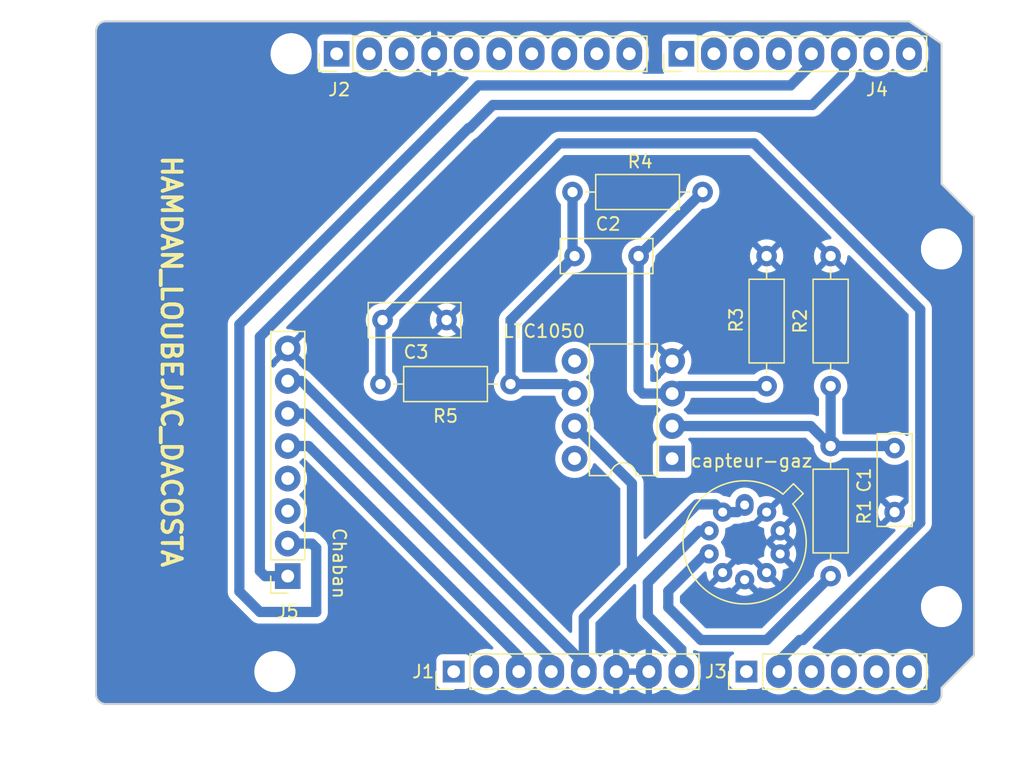
<source format=kicad_pcb>
(kicad_pcb (version 20241229) (generator "pcbnew") (generator_version "9.0")
  (title_block (date "mar. 31 mars 2015"))
  (layers (0 "F.Cu" signal) (2 "B.Cu" signal) (13 "F.Paste" user) (15 "B.Paste" user) (5 "F.SilkS" user "F.Silkscreen") (7 "B.SilkS" user "B.Silkscreen") (1 "F.Mask" user) (3 "B.Mask" user) (25 "Edge.Cuts" user))
  (net 0 "")
  (net 1 "GND")
  (net 3 "+5V")
  (net 4 "/IOREF")
  (net 5 "/A0")
  (net 6 "Net-(U2--)")
  (net 7 "/A2")
  (net 8 "/A3")
  (net 9 "/SDA{slash}A4")
  (net 10 "/SCL{slash}A5")
  (net 11 "/13")
  (net 12 "/12")
  (net 13 "/AREF")
  (net 14 "/7")
  (net 15 "/4")
  (net 16 "/*6")
  (net 17 "/*5")
  (net 18 "/TX{slash}1")
  (net 19 "Net-(U2-+)")
  (net 20 "/RX{slash}0")
  (net 21 "+3V3")
  (net 22 "ADC1")
  (net 23 "/SCL")
  (net 24 "/SDA")
  (net 25 "/D11")
  (net 26 "/D10")
  (net 27 "/D8")
  (net 28 "/D9")
  (net 32 "GAS")
  (net 33 "VCC(12V)")
  (net 34 "RST")
  (net 35 "TX")
  (net 36 "RX")
  (net 39 "Net-(C2-Pad2)")
  (footprint "Connector_PinHeader_2.54mm:PinHeader_1x08_P2.54mm_Vertical" (layer "F.Cu") (at 127.94 97.46 90)
    (property "Reference" "J1" (at 0 -2.38 180) (layer "F.SilkS"))
    (property "Value" "Power" (hide yes))
    (fp_line (start -1.38 -1.38) (end 0 -1.38) (stroke (width 0.12)) (layer "F.SilkS"))
    (fp_line (start -1.38 0) (end -1.38 -1.38) (stroke (width 0.12)) (layer "F.SilkS"))
    (fp_line (start 1.38 1.27) (end 1.38 19.16) (stroke (width 0.12)) (layer "F.SilkS"))
    (fp_line (start -1.38 1.27) (end 1.38 1.27) (stroke (width 0.12)) (layer "F.SilkS"))
    (fp_line (start -1.38 1.27) (end -1.38 19.16) (stroke (width 0.12)) (layer "F.SilkS"))
    (fp_line (start -1.38 19.16) (end 1.38 19.16) (stroke (width 0.12)) (layer "F.SilkS"))
    (pad "1" thru_hole rect (at 0 0 90) (size 1.7 1.7) (drill 1) (layers "*.Cu" "*.Mask"))
    (pad "2" thru_hole oval (at 0 2.54 180) (size 2 2.54) (drill 1) (layers "*.Cu" "*.Mask") (net 4 "/IOREF"))
    (pad "3" thru_hole oval (at 0 5.08 180) (size 2 2.54) (drill 1) (layers "*.Cu" "*.Mask") (net 34 "RST"))
    (pad "4" thru_hole oval (at 0 7.62 180) (size 2 2.54) (drill 1) (layers "*.Cu" "*.Mask") (net 21 "+3V3"))
    (pad "5" thru_hole oval (at 0 10.16 180) (size 2 2.54) (drill 1) (layers "*.Cu" "*.Mask") (net 3 "+5V"))
    (pad "6" thru_hole oval (at 0 12.7 180) (size 2 2.54) (drill 1) (layers "*.Cu" "*.Mask") (net 1 "GND"))
    (pad "7" thru_hole oval (at 0 15.24 180) (size 2 2.54) (drill 1) (layers "*.Cu" "*.Mask") (net 1 "GND"))
    (pad "8" thru_hole oval (at 0 17.78 180) (size 2 2.54) (drill 1) (layers "*.Cu" "*.Mask") (net 33 "VCC(12V)"))
  )
  (footprint "Connector_PinHeader_2.54mm:PinHeader_1x06_P2.54mm_Vertical" (layer "F.Cu") (at 150.8 97.46 90)
    (property "Reference" "J3" (at 0 -2.38 180) (layer "F.SilkS"))
    (property "Value" "Analog" (hide yes))
    (fp_line (start -1.38 -1.38) (end 0 -1.38) (stroke (width 0.12)) (layer "F.SilkS"))
    (fp_line (start -1.38 0) (end -1.38 -1.38) (stroke (width 0.12)) (layer "F.SilkS"))
    (fp_line (start 1.38 1.27) (end 1.38 14.08) (stroke (width 0.12)) (layer "F.SilkS"))
    (fp_line (start -1.38 1.27) (end 1.38 1.27) (stroke (width 0.12)) (layer "F.SilkS"))
    (fp_line (start -1.38 1.27) (end -1.38 14.08) (stroke (width 0.12)) (layer "F.SilkS"))
    (fp_line (start -1.38 14.08) (end 1.38 14.08) (stroke (width 0.12)) (layer "F.SilkS"))
    (pad "1" thru_hole rect (at 0 0 90) (size 1.7 1.7) (drill 1) (layers "*.Cu" "*.Mask") (net 5 "/A0"))
    (pad "2" thru_hole oval (at 0 2.54 180) (size 2 2.54) (drill 1) (layers "*.Cu" "*.Mask") (net 22 "ADC1"))
    (pad "3" thru_hole oval (at 0 5.08 180) (size 2 2.54) (drill 1) (layers "*.Cu" "*.Mask") (net 7 "/A2"))
    (pad "4" thru_hole oval (at 0 7.62 180) (size 2 2.54) (drill 1) (layers "*.Cu" "*.Mask") (net 8 "/A3"))
    (pad "5" thru_hole oval (at 0 10.16 180) (size 2 2.54) (drill 1) (layers "*.Cu" "*.Mask") (net 24 "/SDA"))
    (pad "6" thru_hole oval (at 0 12.7 180) (size 2 2.54) (drill 1) (layers "*.Cu" "*.Mask") (net 23 "/SCL"))
  )
  (footprint "Connector_PinHeader_2.54mm:PinHeader_1x10_P2.54mm_Vertical" (layer "F.Cu") (at 118.796 49.2 90)
    (property "Reference" "J2" (at -2.8 0.204 180) (layer "F.SilkS"))
    (property "Value" "Digital/PWM" (hide yes))
    (fp_line (start -1.38 -1.38) (end 0 -1.38) (stroke (width 0.12)) (layer "F.SilkS"))
    (fp_line (start -1.38 0) (end -1.38 -1.38) (stroke (width 0.12)) (layer "F.SilkS"))
    (fp_line (start 1.38 1.27) (end 1.38 24.24) (stroke (width 0.12)) (layer "F.SilkS"))
    (fp_line (start -1.38 1.27) (end 1.38 1.27) (stroke (width 0.12)) (layer "F.SilkS"))
    (fp_line (start -1.38 1.27) (end -1.38 24.24) (stroke (width 0.12)) (layer "F.SilkS"))
    (fp_line (start -1.38 24.24) (end 1.38 24.24) (stroke (width 0.12)) (layer "F.SilkS"))
    (pad "1" thru_hole rect (at 0 0 90) (size 2 2) (drill 1) (layers "*.Cu" "*.Mask") (net 10 "/SCL{slash}A5"))
    (pad "2" thru_hole oval (at 0 2.54 180) (size 2 2.54) (drill 1) (layers "*.Cu" "*.Mask") (net 9 "/SDA{slash}A4"))
    (pad "3" thru_hole oval (at 0 5.08 180) (size 2 2.54) (drill 1) (layers "*.Cu" "*.Mask") (net 13 "/AREF"))
    (pad "4" thru_hole oval (at 0 7.62 180) (size 2 2.54) (drill 1) (layers "*.Cu" "*.Mask") (net 1 "GND"))
    (pad "5" thru_hole oval (at 0 10.16 180) (size 2 2.54) (drill 1) (layers "*.Cu" "*.Mask") (net 11 "/13"))
    (pad "6" thru_hole oval (at 0 12.7 180) (size 2 2.54) (drill 1) (layers "*.Cu" "*.Mask") (net 12 "/12"))
    (pad "7" thru_hole oval (at 0 15.24 180) (size 2 2.54) (drill 1) (layers "*.Cu" "*.Mask") (net 25 "/D11"))
    (pad "8" thru_hole oval (at 0 17.78 180) (size 2 2.54) (drill 1) (layers "*.Cu" "*.Mask") (net 26 "/D10"))
    (pad "9" thru_hole oval (at 0 20.32 180) (size 2 2.54) (drill 1) (layers "*.Cu" "*.Mask") (net 28 "/D9"))
    (pad "10" thru_hole oval (at 0 22.86 180) (size 2 2.54) (drill 1) (layers "*.Cu" "*.Mask") (net 27 "/D8"))
  )
  (footprint "Connector_PinHeader_2.54mm:PinHeader_1x08_P2.54mm_Vertical" (layer "F.Cu") (at 145.72 49.2 90)
    (property "Reference" "J4" (at -2.8 15.28 180) (layer "F.SilkS"))
    (property "Value" "Digital/PWM" (hide yes))
    (fp_line (start -1.38 -1.38) (end 0 -1.38) (stroke (width 0.12)) (layer "F.SilkS"))
    (fp_line (start -1.38 0) (end -1.38 -1.38) (stroke (width 0.12)) (layer "F.SilkS"))
    (fp_line (start 1.38 1.27) (end 1.38 19.16) (stroke (width 0.12)) (layer "F.SilkS"))
    (fp_line (start -1.38 1.27) (end 1.38 1.27) (stroke (width 0.12)) (layer "F.SilkS"))
    (fp_line (start -1.38 1.27) (end -1.38 19.16) (stroke (width 0.12)) (layer "F.SilkS"))
    (fp_line (start -1.38 19.16) (end 1.38 19.16) (stroke (width 0.12)) (layer "F.SilkS"))
    (pad "1" thru_hole rect (at 0 0 90) (size 2 2) (drill 1) (layers "*.Cu" "*.Mask") (net 14 "/7"))
    (pad "2" thru_hole oval (at 0 2.54 180) (size 2 2.54) (drill 1) (layers "*.Cu" "*.Mask") (net 16 "/*6"))
    (pad "3" thru_hole oval (at 0 5.08 180) (size 2 2.54) (drill 1) (layers "*.Cu" "*.Mask") (net 17 "/*5"))
    (pad "4" thru_hole oval (at 0 7.62 180) (size 2 2.54) (drill 1) (layers "*.Cu" "*.Mask") (net 15 "/4"))
    (pad "5" thru_hole oval (at 0 10.16 180) (size 2 2.54) (drill 1) (layers "*.Cu" "*.Mask") (net 36 "RX"))
    (pad "6" thru_hole oval (at 0 12.7 180) (size 2 2.54) (drill 1) (layers "*.Cu" "*.Mask") (net 35 "TX"))
    (pad "7" thru_hole oval (at 0 15.24 180) (size 2 2.54) (drill 1) (layers "*.Cu" "*.Mask") (net 18 "/TX{slash}1"))
    (pad "8" thru_hole oval (at 0 17.78 180) (size 2 2.54) (drill 1) (layers "*.Cu" "*.Mask") (net 20 "/RX{slash}0"))
  )
  (footprint "Capacitor_THT:C_Disc_D7.0mm_W2.5mm_P5.00mm" (layer "F.Cu") (at 162.38 80 -90)
    (property "Reference" "C1" (at 2.5 2.38 90) (layer "F.SilkS"))
    (property "Value" "100n" (hide yes))
    (fp_line (start -1.12 1.37) (end -1.12 -1.37) (stroke (width 0.12)) (layer "F.SilkS"))
    (fp_line (start 6.12 1.37) (end -1.12 1.37) (stroke (width 0.12)) (layer "F.SilkS"))
    (fp_line (start -1.12 -1.37) (end 6.12 -1.37) (stroke (width 0.12)) (layer "F.SilkS"))
    (fp_line (start 6.12 -1.37) (end 6.12 1.37) (stroke (width 0.12)) (layer "F.SilkS"))
    (pad "1" thru_hole circle (at 0 0 270) (size 1.6 1.6) (drill 0.8) (layers "*.Cu" "*.Mask") (net 6 "Net-(U2--)"))
    (pad "2" thru_hole circle (at 5 0 270) (size 1.6 1.6) (drill 0.8) (layers "*.Cu" "*.Mask") (net 1 "GND"))
  )
  (footprint "Resistor_THT:R_Axial_DIN0207_L6.3mm_D2.5mm_P10.16mm_Horizontal" (layer "F.Cu") (at 122.22 75)
    (property "Reference" "R5" (at 5.08 2.5 0) (layer "F.SilkS"))
    (property "Value" "1k" (hide yes))
    (fp_line (start 1.04 0) (end 1.81 0) (stroke (width 0.12)) (layer "F.SilkS"))
    (fp_line (start 9.12 0) (end 8.35 0) (stroke (width 0.12)) (layer "F.SilkS"))
    (fp_rect (start 1.81 -1.37) (end 8.35 1.37) (stroke (width 0.12)) (fill no) (layer "F.SilkS"))
    (pad "1" thru_hole circle (at 0 0) (size 1.6 1.6) (drill 0.8) (layers "*.Cu" "*.Mask") (net 22 "ADC1"))
    (pad "2" thru_hole circle (at 10.16 0) (size 1.6 1.6) (drill 0.8) (layers "*.Cu" "*.Mask") (net 39 "Net-(C2-Pad2)"))
  )
  (footprint "Package_DIP:DIP-8_W7.62mm" (layer "F.Cu") (at 145 80.82 180)
    (property "Reference" "U2" (hide yes))
    (property "Value" "LTC1050" (at 10 9.95 0) (layer "F.SilkS"))
    (fp_line (start 6.46 8.95) (end 6.46 -1.33) (stroke (width 0.12)) (layer "F.SilkS"))
    (fp_line (start 6.46 -1.33) (end 4.81 -1.33) (stroke (width 0.12)) (layer "F.SilkS"))
    (fp_line (start 2.81 -1.33) (end 1.16 -1.33) (stroke (width 0.12)) (layer "F.SilkS"))
    (fp_line (start 1.16 8.95) (end 6.46 8.95) (stroke (width 0.12)) (layer "F.SilkS"))
    (fp_line (start 1.16 -1.33) (end 1.16 8.95) (stroke (width 0.12)) (layer "F.SilkS"))
    (fp_arc (start 4.81 -1.33) (mid 3.81 -0.33) (end 2.81 -1.33) (stroke (width 0.12)) (layer "F.SilkS"))
    (pad "1" thru_hole rect (at 0 0 180) (size 2 2) (drill 1) (layers "*.Cu" "*.Mask"))
    (pad "2" thru_hole circle (at 0 2.54 180) (size 2 2) (drill 1) (layers "*.Cu" "*.Mask") (net 6 "Net-(U2--)"))
    (pad "3" thru_hole circle (at 0 5.08 180) (size 2 2) (drill 1) (layers "*.Cu" "*.Mask") (net 19 "Net-(U2-+)"))
    (pad "4" thru_hole circle (at 0 7.62 180) (size 2 2) (drill 1) (layers "*.Cu" "*.Mask") (net 1 "GND"))
    (pad "5" thru_hole circle (at 7.62 7.62 180) (size 2 2) (drill 1) (layers "*.Cu" "*.Mask"))
    (pad "6" thru_hole circle (at 7.62 5.08 180) (size 2 2) (drill 1) (layers "*.Cu" "*.Mask") (net 39 "Net-(C2-Pad2)"))
    (pad "7" thru_hole circle (at 7.62 2.54 180) (size 2 2) (drill 1) (layers "*.Cu" "*.Mask") (net 3 "+5V"))
    (pad "8" thru_hole circle (at 7.62 0 180) (size 2 2) (drill 1) (layers "*.Cu" "*.Mask"))
  )
  (footprint "Resistor_THT:R_Axial_DIN0207_L6.3mm_D2.5mm_P10.16mm_Horizontal" (layer "F.Cu") (at 137.22 60)
    (property "Reference" "R4" (at 5.28 -2.37 0) (layer "F.SilkS"))
    (property "Value" "100k" (hide yes))
    (fp_line (start 1.04 0) (end 1.81 0) (stroke (width 0.12)) (layer "F.SilkS"))
    (fp_line (start 9.12 0) (end 8.35 0) (stroke (width 0.12)) (layer "F.SilkS"))
    (fp_rect (start 1.81 -1.37) (end 8.35 1.37) (stroke (width 0.12)) (fill no) (layer "F.SilkS"))
    (pad "1" thru_hole circle (at 0 0) (size 1.6 1.6) (drill 0.8) (layers "*.Cu" "*.Mask") (net 39 "Net-(C2-Pad2)"))
    (pad "2" thru_hole circle (at 10.16 0) (size 1.6 1.6) (drill 0.8) (layers "*.Cu" "*.Mask") (net 19 "Net-(U2-+)"))
  )
  (footprint "Resistor_THT:R_Axial_DIN0207_L6.3mm_D2.5mm_P10.16mm_Horizontal" (layer "F.Cu") (at 157.38 65 -90)
    (property "Reference" "R2" (at 5.08 2.38 90) (layer "F.SilkS"))
    (property "Value" "100k" (hide yes))
    (fp_line (start 1.04 0) (end 1.81 0) (stroke (width 0.12)) (layer "F.SilkS"))
    (fp_line (start 9.12 0) (end 8.35 0) (stroke (width 0.12)) (layer "F.SilkS"))
    (fp_rect (start 1.81 -1.37) (end 8.35 1.37) (stroke (width 0.12)) (fill no) (layer "F.SilkS"))
    (pad "1" thru_hole circle (at 0 0 270) (size 1.6 1.6) (drill 0.8) (layers "*.Cu" "*.Mask") (net 1 "GND"))
    (pad "2" thru_hole circle (at 10.16 0 270) (size 1.6 1.6) (drill 0.8) (layers "*.Cu" "*.Mask") (net 6 "Net-(U2--)"))
  )
  (footprint "Resistor_THT:R_Axial_DIN0207_L6.3mm_D2.5mm_P10.16mm_Horizontal" (layer "F.Cu") (at 152.38 65 -90)
    (property "Reference" "R3" (at 5 2.38 90) (layer "F.SilkS"))
    (property "Value" "1k" (hide yes))
    (fp_line (start 1.04 0) (end 1.81 0) (stroke (width 0.12)) (layer "F.SilkS"))
    (fp_line (start 9.12 0) (end 8.35 0) (stroke (width 0.12)) (layer "F.SilkS"))
    (fp_rect (start 1.81 -1.37) (end 8.35 1.37) (stroke (width 0.12)) (fill no) (layer "F.SilkS"))
    (pad "1" thru_hole circle (at 0 0 270) (size 1.6 1.6) (drill 0.8) (layers "*.Cu" "*.Mask") (net 1 "GND"))
    (pad "2" thru_hole circle (at 10.16 0 270) (size 1.6 1.6) (drill 0.8) (layers "*.Cu" "*.Mask") (net 19 "Net-(U2-+)"))
  )
  (footprint "Arduino_MountingHole:MountingHole_3.2mm" (layer "F.Cu") (at 115.24 49.2)
    (property "Reference" "MH1" (hide yes))
    (property "Value" "MountingHole_3.2mm" (hide yes))
    (pad "" np_thru_hole circle (at 0 0) (size 3.2 3.2) (drill 3.2) (layers "*.Cu" "*.Mask"))
  )
  (footprint "Capacitor_THT:C_Disc_D7.0mm_W2.5mm_P5.00mm" (layer "F.Cu") (at 142.38 65 180)
    (property "Reference" "C2" (at 2.38 2.5 0) (layer "F.SilkS"))
    (property "Value" "1µ" (hide yes))
    (fp_line (start 6.12 1.37) (end -1.12 1.37) (stroke (width 0.12)) (layer "F.SilkS"))
    (fp_line (start 6.12 -1.37) (end 6.12 1.37) (stroke (width 0.12)) (layer "F.SilkS"))
    (fp_line (start -1.12 1.37) (end -1.12 -1.37) (stroke (width 0.12)) (layer "F.SilkS"))
    (fp_line (start -1.12 -1.37) (end 6.12 -1.37) (stroke (width 0.12)) (layer "F.SilkS"))
    (pad "1" thru_hole circle (at 0 0 180) (size 1.6 1.6) (drill 0.8) (layers "*.Cu" "*.Mask") (net 19 "Net-(U2-+)"))
    (pad "2" thru_hole circle (at 5 0 180) (size 1.6 1.6) (drill 0.8) (layers "*.Cu" "*.Mask") (net 39 "Net-(C2-Pad2)"))
  )
  (footprint "Capacitor_THT:C_Disc_D7.0mm_W2.5mm_P5.00mm" (layer "F.Cu") (at 122.38 70)
    (property "Reference" "C3" (at 2.62 2.5 0) (layer "F.SilkS"))
    (property "Value" "100n" (hide yes))
    (fp_line (start -1.12 -1.37) (end 6.12 -1.37) (stroke (width 0.12)) (layer "F.SilkS"))
    (fp_line (start -1.12 1.37) (end -1.12 -1.37) (stroke (width 0.12)) (layer "F.SilkS"))
    (fp_line (start 6.12 -1.37) (end 6.12 1.37) (stroke (width 0.12)) (layer "F.SilkS"))
    (fp_line (start 6.12 1.37) (end -1.12 1.37) (stroke (width 0.12)) (layer "F.SilkS"))
    (pad "1" thru_hole circle (at 0 0) (size 1.6 1.6) (drill 0.8) (layers "*.Cu" "*.Mask") (net 22 "ADC1"))
    (pad "2" thru_hole circle (at 5 0) (size 1.6 1.6) (drill 0.8) (layers "*.Cu" "*.Mask") (net 1 "GND"))
  )
  (footprint "Package_TO_SOT_THT:TO-5-10_Window" (layer "F.Cu") (at 150.663667 84.44233 -90)
    (property "Reference" "capteur-gaz" (at -3.44233 -0.536333 180) (layer "F.SilkS"))
    (property "Value" "~")
    (fp_line (start -0.077844 -3.76152) (end -0.891018 -4.574693) (stroke (width 0.12)) (layer "F.SilkS"))
    (fp_line (start -1.654693 -3.811018) (end -0.84152 -2.997844) (stroke (width 0.12)) (layer "F.SilkS"))
    (fp_line (start -0.891018 -4.574693) (end -1.654693 -3.811018) (stroke (width 0.12)) (layer "F.SilkS"))
    (fp_arc (start -0.077844 -3.76152) (mid 6.321184 3.401184) (end -0.84152 -2.997844) (stroke (width 0.12)) (layer "F.SilkS"))
    (pad "1" thru_hole oval (at 0 0 270) (size 1.7 1.4) (drill 0.7) (layers "*.Cu" "*.Mask") (net 3 "+5V"))
    (pad "2" thru_hole circle (at 0.55767 1.716333 270) (size 1.5 1.5) (drill 0.7) (layers "*.Cu" "*.Mask") (net 3 "+5V"))
    (pad "3" thru_hole circle (at 2.01767 2.777085 270) (size 1.5 1.5) (drill 0.7) (layers "*.Cu" "*.Mask") (net 33 "VCC(12V)"))
    (pad "4" thru_hole circle (at 3.82233 2.777085 270) (size 1.5 1.5) (drill 0.7) (layers "*.Cu" "*.Mask") (net 32 "GAS"))
    (pad "5" thru_hole circle (at 5.28233 1.716333 270) (size 1.5 1.5) (drill 0.7) (layers "*.Cu" "*.Mask") (net 1 "GND"))
    (pad "6" thru_hole circle (at 5.84 0 270) (size 1.5 1.5) (drill 0.7) (layers "*.Cu" "*.Mask") (net 1 "GND"))
    (pad "7" thru_hole circle (at 5.28233 -1.716333 270) (size 1.5 1.5) (drill 0.7) (layers "*.Cu" "*.Mask") (net 1 "GND"))
    (pad "8" thru_hole circle (at 3.82233 -2.777085 270) (size 1.5 1.5) (drill 0.7) (layers "*.Cu" "*.Mask") (net 1 "GND"))
    (pad "9" thru_hole circle (at 2.01767 -2.777085 270) (size 1.5 1.5) (drill 0.7) (layers "*.Cu" "*.Mask") (net 1 "GND"))
    (pad "10" thru_hole circle (at 0.55767 -1.716333 270) (size 1.5 1.5) (drill 0.7) (layers "*.Cu" "*.Mask") (net 1 "GND"))
  )
  (footprint "Arduino_MountingHole:MountingHole_3.2mm" (layer "F.Cu") (at 113.97 97.46)
    (property "Reference" "MH2" (hide yes))
    (property "Value" "MountingHole_3.2mm" (hide yes))
    (pad "" np_thru_hole circle (at 0 0) (size 3.2 3.2) (drill 3.2) (layers "*.Cu" "*.Mask"))
  )
  (footprint "Resistor_THT:R_Axial_DIN0207_L6.3mm_D2.5mm_P10.16mm_Horizontal" (layer "F.Cu") (at 157.38 90 90)
    (property "Reference" "R1" (at 5 2.62 90) (layer "F.SilkS"))
    (property "Value" "10k" (hide yes))
    (fp_line (start 9.12 0) (end 8.35 0) (stroke (width 0.12)) (layer "F.SilkS"))
    (fp_line (start 1.04 0) (end 1.81 0) (stroke (width 0.12)) (layer "F.SilkS"))
    (fp_rect (start 1.81 -1.37) (end 8.35 1.37) (stroke (width 0.12)) (fill no) (layer "F.SilkS"))
    (pad "1" thru_hole circle (at 0 0 90) (size 1.6 1.6) (drill 0.8) (layers "*.Cu" "*.Mask") (net 32 "GAS"))
    (pad "2" thru_hole circle (at 10.16 0 90) (size 1.6 1.6) (drill 0.8) (layers "*.Cu" "*.Mask") (net 6 "Net-(U2--)"))
  )
  (footprint "Connector_PinSocket_2.54mm:PinSocket_1x08_P2.54mm_Vertical" (layer "F.Cu") (at 114.975 90 180)
    (property "Reference" "J5" (at 0 -2.77 180) (layer "F.SilkS"))
    (property "Value" "Conn_01x08" (hide yes))
    (fp_line (start 1.33 1.27) (end 1.33 19.11) (stroke (width 0.12)) (layer "F.SilkS"))
    (fp_line (start 1.33 -1.33) (end 1.33 0) (stroke (width 0.12)) (layer "F.SilkS"))
    (fp_line (start 0 -1.33) (end 1.33 -1.33) (stroke (width 0.12)) (layer "F.SilkS"))
    (fp_line (start -1.33 19.11) (end 1.33 19.11) (stroke (width 0.12)) (layer "F.SilkS"))
    (fp_line (start -1.33 1.27) (end 1.33 1.27) (stroke (width 0.12)) (layer "F.SilkS"))
    (fp_line (start -1.33 1.27) (end -1.33 19.11) (stroke (width 0.12)) (layer "F.SilkS"))
    (pad "1" thru_hole rect (at 0 0 180) (size 2 2) (drill 1) (layers "*.Cu" "*.Mask") (net 35 "TX"))
    (pad "2" thru_hole circle (at 0 2.54 180) (size 2 2) (drill 1) (layers "*.Cu" "*.Mask") (net 36 "RX"))
    (pad "3" thru_hole circle (at 0 5.08 180) (size 2 2) (drill 1) (layers "*.Cu" "*.Mask"))
    (pad "4" thru_hole circle (at 0 7.62 180) (size 2 2) (drill 1) (layers "*.Cu" "*.Mask"))
    (pad "5" thru_hole circle (at 0 10.16 180) (size 2 2) (drill 1) (layers "*.Cu" "*.Mask") (net 34 "RST"))
    (pad "6" thru_hole circle (at 0 12.7 180) (size 2 2) (drill 1) (layers "*.Cu" "*.Mask") (net 21 "+3V3"))
    (pad "7" thru_hole circle (at 0 15.24 180) (size 2 2) (drill 1) (layers "*.Cu" "*.Mask") (net 3 "+5V"))
    (pad "8" thru_hole circle (at 0 17.78 180) (size 2 2) (drill 1) (layers "*.Cu" "*.Mask") (net 1 "GND"))
  )
  (footprint "Arduino_MountingHole:MountingHole_3.2mm" (layer "F.Cu") (at 166.04 64.44)
    (property "Reference" "MH3" (hide yes))
    (property "Value" "MountingHole_3.2mm" (hide yes))
    (pad "" np_thru_hole circle (at 0 0) (size 3.2 3.2) (drill 3.2) (layers "*.Cu" "*.Mask"))
  )
  (footprint "Arduino_MountingHole:MountingHole_3.2mm" (layer "F.Cu") (at 166.04 92.38)
    (property "Reference" "MH4" (hide yes))
    (property "Value" "MountingHole_3.2mm" (hide yes))
    (pad "" np_thru_hole circle (at 0 0) (size 3.2 3.2) (drill 3.2) (layers "*.Cu" "*.Mask"))
  )
  (gr_line (start 166.04 59.36) (end 168.58 61.9) (stroke (width 0.15)) (layer "Edge.Cuts"))
  (gr_line (start 100 99.238) (end 100 47.422) (stroke (width 0.15)) (layer "Edge.Cuts"))
  (gr_line (start 168.58 61.9) (end 168.58 96.19) (stroke (width 0.15)) (layer "Edge.Cuts"))
  (gr_line (start 165.278 100) (end 100.762 100) (stroke (width 0.15)) (layer "Edge.Cuts"))
  (gr_line (start 100.762 46.66) (end 163.5 46.66) (stroke (width 0.15)) (layer "Edge.Cuts"))
  (gr_arc (start 100.762 100) (mid 100.223185 99.776815) (end 100 99.238) (stroke (width 0.15)) (layer "Edge.Cuts"))
  (gr_line (start 168.58 96.19) (end 166.04 98.73) (stroke (width 0.15)) (layer "Edge.Cuts"))
  (gr_line (start 163.5 46.66) (end 166.04 48.4) (stroke (width 0.15)) (layer "Edge.Cuts"))
  (gr_arc (start 166.04 99.238) (mid 165.816815 99.776815) (end 165.278 100) (stroke (width 0.15)) (layer "Edge.Cuts"))
  (gr_line (start 166.04 48.4) (end 166.04 59.36) (stroke (width 0.15)) (layer "Edge.Cuts"))
  (gr_line (start 166.04 98.73) (end 166.04 99.238) (stroke (width 0.15)) (layer "Edge.Cuts"))
  (gr_arc (start 100 47.422) (mid 100.223185 46.883185) (end 100.762 46.66) (stroke (width 0.15)) (layer "Edge.Cuts"))
  (gr_text "HAMDAN_LOUBEJAC_DACOSTA" (at 105 57 270) (layer "F.SilkS") (effects (font (size 1.5 1.5) (thickness 0.3) (bold yes)) (justify left bottom)))
  (gr_text "Chaban" (at 119 89 270) (layer "F.SilkS") (effects (font (size 1 1))))
  (segment (start 146.941501 84.4) (end 148.347334 84.4) (width 0.8) (layer "B.Cu") (net 3))
  (segment (start 141.86075 89.48075) (end 146.941501 84.4) (width 0.8) (layer "B.Cu") (net 3))
  (segment (start 148.947334 85) (end 150.105997 85) (width 0.8) (layer "B.Cu") (net 3))
  (segment (start 138.1 97.46) (end 138.1 96.809607) (width 0.8) (layer "B.Cu") (net 3))
  (segment (start 141.86075 82.76075) (end 137.38 78.28) (width 0.8) (layer "B.Cu") (net 3))
  (segment (start 138.1 93.2415) (end 138.1 97.46) (width 0.8) (layer "B.Cu") (net 3))
  (segment (start 148.347334 84.4) (end 148.947334 85) (width 0.8) (layer "B.Cu") (net 3))
  (segment (start 141.86075 89.48075) (end 138.1 93.2415) (width 0.8) (layer "B.Cu") (net 3))
  (segment (start 141.86075 89.48075) (end 141.86075 82.76075) (width 0.8) (layer "B.Cu") (net 3))
  (segment (start 138.1 96.809607) (end 116.050393 74.76) (width 0.8) (layer "B.Cu") (net 3))
  (segment (start 150.105997 85) (end 150.663667 84.44233) (width 0.8) (layer "B.Cu") (net 3))
  (segment (start 116.050393 74.76) (end 115 74.76) (width 0.8) (layer "B.Cu") (net 3))
  (segment (start 157.38 79.84) (end 162.22 79.84) (width 0.8) (layer "B.Cu") (net 6))
  (segment (start 162.22 79.84) (end 162.38 80) (width 0.8) (layer "B.Cu") (net 6))
  (segment (start 155.82 78.28) (end 145 78.28) (width 0.8) (layer "B.Cu") (net 6))
  (segment (start 157.38 79.84) (end 157.38 75.16) (width 0.8) (layer "B.Cu") (net 6))
  (segment (start 157.38 79.84) (end 155.82 78.28) (width 0.8) (layer "B.Cu") (net 6))
  (segment (start 142.38 75.412685) (end 142.707315 75.74) (width 0.8) (layer "B.Cu") (net 19))
  (segment (start 142.707315 75.74) (end 145 75.74) (width 0.8) (layer "B.Cu") (net 19))
  (segment (start 142.38 65) (end 147.38 60) (width 0.8) (layer "B.Cu") (net 19))
  (segment (start 152.38 75.16) (end 145.58 75.16) (width 0.8) (layer "B.Cu") (net 19))
  (segment (start 142.38 75.412685) (end 142.38 65) (width 0.8) (layer "B.Cu") (net 19))
  (segment (start 145.58 75.16) (end 145 75.74) (width 0.8) (layer "B.Cu") (net 19))
  (segment (start 135.56 96.533763) (end 116.326237 77.3) (width 0.8) (layer "B.Cu") (net 21))
  (segment (start 135.56 97.46) (end 135.56 96.533763) (width 0.8) (layer "B.Cu") (net 21))
  (segment (start 116.326237 77.3) (end 115 77.3) (width 0.8) (layer "B.Cu") (net 21))
  (segment (start 122.38 70) (end 136.18 56.2) (width 0.8) (layer "B.Cu") (net 22))
  (segment (start 136.18 56.2) (end 151.409842 56.2) (width 0.8) (layer "B.Cu") (net 22))
  (segment (start 155.220842 94.989) (end 154.968316 94.989) (width 0.8) (layer "B.Cu") (net 22))
  (segment (start 164.381 69.171158) (end 164.381 85.828842) (width 0.8) (layer "B.Cu") (net 22))
  (segment (start 154.968316 94.989) (end 153.34 96.617316) (width 0.8) (layer "B.Cu") (net 22))
  (segment (start 122.22 75) (end 122.22 70.16) (width 0.8) (layer "B.Cu") (net 22))
  (segment (start 164.381 85.828842) (end 155.220842 94.989) (width 0.8) (layer "B.Cu") (net 22))
  (segment (start 151.409842 56.2) (end 164.381 69.171158) (width 0.8) (layer "B.Cu") (net 22))
  (segment (start 153.34 96.617316) (end 153.34 97.46) (width 0.8) (layer "B.Cu") (net 22))
  (segment (start 122.22 70.16) (end 122.38 70) (width 0.8) (layer "B.Cu") (net 22))
  (segment (start 147.603739 88.26466) (end 144.701 91.167399) (width 0.8) (layer "B.Cu") (net 32))
  (segment (start 144.701 92.439672) (end 147.250328 94.989) (width 0.8) (layer "B.Cu") (net 32))
  (segment (start 144.701 91.167399) (end 144.701 92.439672) (width 0.8) (layer "B.Cu") (net 32))
  (segment (start 147.250328 94.989) (end 152.391 94.989) (width 0.8) (layer "B.Cu") (net 32))
  (segment (start 152.391 94.989) (end 157.38 90) (width 0.8) (layer "B.Cu") (net 32))
  (segment (start 147.886582 88.26466) (end 147.603739 88.26466) (width 0.8) (layer "B.Cu") (net 32))
  (segment (start 143.1 93.101414) (end 143.1 90.504243) (width 0.8) (layer "B.Cu") (net 33))
  (segment (start 145.72 97.46) (end 145.72 95.721414) (width 0.8) (layer "B.Cu") (net 33))
  (segment (start 145.72 95.721414) (end 143.1 93.101414) (width 0.8) (layer "B.Cu") (net 33))
  (segment (start 147.144243 86.46) (end 143.1 90.504243) (width 0.8) (layer "B.Cu") (net 33))
  (segment (start 147.886582 86.46) (end 147.144243 86.46) (width 0.8) (layer "B.Cu") (net 33))
  (segment (start 116.602081 79.84) (end 115 79.84) (width 0.8) (layer "B.Cu") (net 34))
  (segment (start 133.02 96.257919) (end 116.602081 79.84) (width 0.8) (layer "B.Cu") (net 34))
  (segment (start 133.02 97.46) (end 133.02 96.257919) (width 0.8) (layer "B.Cu") (net 34))
  (segment (start 155.95 53.2) (end 158.42 50.73) (width 0.8) (layer "B.Cu") (net 35))
  (segment (start 112.799 71.308315) (end 129.107315 55) (width 0.8) (layer "B.Cu") (net 35))
  (segment (start 129.107315 55) (end 129.2 55) (width 0.8) (layer "B.Cu") (net 35))
  (segment (start 115 90) (end 113.2 90) (width 0.8) (layer "B.Cu") (net 35))
  (segment (start 129.2 55) (end 131 53.2) (width 0.8) (layer "B.Cu") (net 35))
  (segment (start 131 53.2) (end 155.95 53.2) (width 0.8) (layer "B.Cu") (net 35))
  (segment (start 113.2 90) (end 112.799 89.599) (width 0.8) (layer "B.Cu") (net 35))
  (segment (start 158.42 50.73) (end 158.42 49.2) (width 0.8) (layer "B.Cu") (net 35))
  (segment (start 112.799 89.599) (end 112.799 71.308315) (width 0.8) (layer "B.Cu") (net 35))
  (segment (start 154.251684 51.671) (end 155.88 50.042684) (width 0.8) (layer "B.Cu") (net 36))
  (segment (start 111.198 91.198) (end 111.198 70.340684) (width 0.8) (layer "B.Cu") (net 36))
  (segment (start 112.799 92.799) (end 111.198 91.198) (width 0.8) (layer "B.Cu") (net 36))
  (segment (start 117.201 87.799) (end 117.201 92.799) (width 0.8) (layer "B.Cu") (net 36))
  (segment (start 117.201 92.799) (end 112.799 92.799) (width 0.8) (layer "B.Cu") (net 36))
  (segment (start 155.88 50.042684) (end 155.88 49.2) (width 0.8) (layer "B.Cu") (net 36))
  (segment (start 116.862 87.46) (end 117.201 87.799) (width 0.8) (layer "B.Cu") (net 36))
  (segment (start 129.867684 51.671) (end 154.251684 51.671) (width 0.8) (layer "B.Cu") (net 36))
  (segment (start 111.198 70.340684) (end 129.867684 51.671) (width 0.8) (layer "B.Cu") (net 36))
  (segment (start 115 87.46) (end 116.862 87.46) (width 0.8) (layer "B.Cu") (net 36))
  (segment (start 136.64 75) (end 137.38 75.74) (width 0.8) (layer "B.Cu") (net 39))
  (segment (start 132.38 75) (end 136.64 75) (width 0.8) (layer "B.Cu") (net 39))
  (segment (start 132.38 70) (end 137.38 65) (width 0.8) (layer "B.Cu") (net 39))
  (segment (start 137.22 64.84) (end 137.38 65) (width 0.8) (layer "B.Cu") (net 39))
  (segment (start 132.38 75) (end 132.38 70) (width 0.8) (layer "B.Cu") (net 39))
  (segment (start 137.22 60) (end 137.22 64.84) (width 0.8) (layer "B.Cu") (net 39))
  (zone (net 1) (net_name "GND") (layer "B.Cu") (connect_pads (clearance 0.508)) (min_thickness 0.25) (fill yes (thermal_gap 0.5) (thermal_bridge_width 0.5))
    (polygon (pts (xy 92.5 45) (xy 92.5 105) (xy 172.5 105) (xy 172.5 45)))
  )
)
</source>
